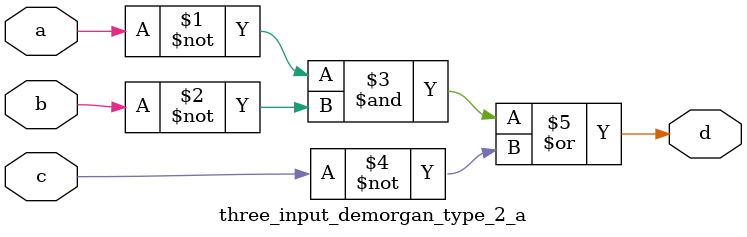
<source format=v>
`timescale 1ns / 1ps


module three_input_demorgan_type_2_a(
    input a,
    input b,
    input c,
    output d
);

assign d = ((~a) & (~b)) | (~c);

endmodule

</source>
